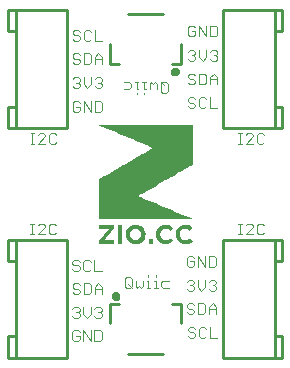
<source format=gbr>
G04 EAGLE Gerber RS-274X export*
G75*
%MOMM*%
%FSLAX34Y34*%
%LPD*%
%INSilkscreen Top*%
%IPPOS*%
%AMOC8*
5,1,8,0,0,1.08239X$1,22.5*%
G01*
%ADD10C,0.101600*%
%ADD11C,0.400000*%
%ADD12C,0.254000*%
%ADD13C,0.127000*%

G36*
X94679Y120282D02*
X94679Y120282D01*
X126531Y120282D01*
X129184Y120284D01*
X163690Y120284D01*
X166344Y120287D01*
X171651Y120287D01*
X171656Y120291D01*
X171661Y120293D01*
X171661Y120296D01*
X171663Y120298D01*
X171658Y120303D01*
X171656Y120310D01*
X169975Y121017D01*
X168295Y121724D01*
X165991Y122692D01*
X163684Y123660D01*
X161380Y124628D01*
X159073Y125593D01*
X156766Y126562D01*
X154461Y127530D01*
X152155Y128495D01*
X149848Y129463D01*
X147541Y130431D01*
X145236Y131397D01*
X142777Y132429D01*
X140318Y133461D01*
X137859Y134496D01*
X135400Y135531D01*
X132944Y136568D01*
X130491Y137606D01*
X128034Y138648D01*
X125610Y139703D01*
X127889Y141030D01*
X130188Y142369D01*
X132489Y143702D01*
X134788Y145038D01*
X139392Y147705D01*
X141693Y149042D01*
X148598Y153042D01*
X150892Y154373D01*
X153188Y155701D01*
X155484Y157032D01*
X157778Y158363D01*
X160074Y159691D01*
X162368Y161022D01*
X164664Y162353D01*
X166960Y163681D01*
X169254Y165012D01*
X171550Y166340D01*
X171553Y166347D01*
X171556Y166350D01*
X171559Y168745D01*
X171564Y171140D01*
X171567Y173532D01*
X171572Y175927D01*
X171575Y178320D01*
X171580Y180715D01*
X171583Y183107D01*
X171588Y185502D01*
X171591Y187897D01*
X171594Y190289D01*
X171599Y192684D01*
X171602Y195076D01*
X171607Y197471D01*
X171610Y199864D01*
X171599Y199875D01*
X171598Y199875D01*
X171598Y199876D01*
X150392Y199876D01*
X147741Y199873D01*
X126539Y199873D01*
X123888Y199870D01*
X100031Y199870D01*
X97380Y199868D01*
X92078Y199868D01*
X92074Y199864D01*
X92068Y199862D01*
X92069Y199859D01*
X92067Y199857D01*
X92071Y199852D01*
X92074Y199845D01*
X93253Y199343D01*
X95557Y198375D01*
X97864Y197407D01*
X100168Y196439D01*
X102475Y195471D01*
X104779Y194503D01*
X107086Y193537D01*
X109391Y192569D01*
X111698Y191604D01*
X114002Y190635D01*
X116309Y189667D01*
X118736Y188651D01*
X121165Y187630D01*
X123592Y186611D01*
X126019Y185589D01*
X128446Y184568D01*
X130873Y183544D01*
X133298Y182517D01*
X135722Y181488D01*
X138116Y180452D01*
X135835Y179119D01*
X133528Y177778D01*
X131224Y176439D01*
X128917Y175100D01*
X126613Y173764D01*
X124306Y172425D01*
X121999Y171086D01*
X119694Y169750D01*
X117388Y168414D01*
X115081Y167075D01*
X112779Y165742D01*
X110480Y164408D01*
X105877Y161741D01*
X103578Y160408D01*
X98975Y157741D01*
X96676Y156407D01*
X94374Y155074D01*
X92072Y153740D01*
X92070Y153733D01*
X92066Y153730D01*
X92064Y151343D01*
X92058Y148953D01*
X92056Y146566D01*
X92050Y144177D01*
X92048Y141790D01*
X92045Y139400D01*
X92040Y137013D01*
X92040Y137010D01*
X92037Y134623D01*
X92032Y132234D01*
X92029Y129847D01*
X92024Y127457D01*
X92021Y125068D01*
X92016Y122681D01*
X92013Y120291D01*
X92024Y120279D01*
X92024Y120280D01*
X92025Y120279D01*
X94679Y120282D01*
G37*
G36*
X123899Y99104D02*
X123899Y99104D01*
X123900Y99103D01*
X125943Y99375D01*
X125944Y99377D01*
X125946Y99376D01*
X128056Y100299D01*
X128057Y100301D01*
X128059Y100301D01*
X129819Y101778D01*
X129819Y101781D01*
X129821Y101781D01*
X131088Y103701D01*
X131088Y103703D01*
X131089Y103704D01*
X131713Y105410D01*
X131712Y105412D01*
X131714Y105414D01*
X131855Y107227D01*
X131854Y107228D01*
X131855Y107230D01*
X131591Y109424D01*
X131590Y109426D01*
X131590Y109428D01*
X130724Y111457D01*
X130721Y111458D01*
X130722Y111460D01*
X129297Y113149D01*
X129295Y113149D01*
X129295Y113151D01*
X127615Y114282D01*
X127613Y114281D01*
X127613Y114283D01*
X125735Y115048D01*
X125733Y115047D01*
X125732Y115049D01*
X123545Y115241D01*
X123543Y115240D01*
X123543Y115241D01*
X123228Y115212D01*
X121358Y115041D01*
X121357Y115039D01*
X121355Y115040D01*
X119685Y114371D01*
X119685Y114369D01*
X119684Y114370D01*
X118153Y113431D01*
X118152Y113429D01*
X118150Y113429D01*
X116494Y111535D01*
X116494Y111533D01*
X116492Y111532D01*
X115465Y109236D01*
X115466Y109234D01*
X115464Y109232D01*
X115235Y107221D01*
X115236Y107220D01*
X115235Y107219D01*
X115416Y105200D01*
X115418Y105198D01*
X115417Y105197D01*
X116289Y103063D01*
X116291Y103062D01*
X116291Y103060D01*
X117747Y101270D01*
X117749Y101270D01*
X117749Y101268D01*
X119648Y99959D01*
X119651Y99959D01*
X119651Y99957D01*
X121836Y99208D01*
X121838Y99209D01*
X121839Y99207D01*
X123228Y99138D01*
X123898Y99103D01*
X123899Y99104D01*
G37*
G36*
X105164Y99386D02*
X105164Y99386D01*
X105163Y99386D01*
X105164Y99387D01*
X105135Y100854D01*
X105105Y102321D01*
X105095Y102333D01*
X105094Y102332D01*
X105093Y102333D01*
X104862Y102336D01*
X104860Y102336D01*
X103903Y102348D01*
X103901Y102348D01*
X102952Y102359D01*
X102944Y102359D01*
X102944Y102360D01*
X102942Y102360D01*
X101986Y102371D01*
X101984Y102371D01*
X101028Y102383D01*
X101026Y102383D01*
X100810Y102386D01*
X100070Y102395D01*
X100067Y102395D01*
X99110Y102407D01*
X99108Y102407D01*
X98669Y102413D01*
X98151Y102419D01*
X98149Y102419D01*
X97192Y102431D01*
X97190Y102431D01*
X96553Y102439D01*
X97974Y104092D01*
X99408Y105761D01*
X100846Y107431D01*
X102281Y109103D01*
X103718Y110773D01*
X105156Y112442D01*
X105156Y112447D01*
X105159Y112450D01*
X105159Y114960D01*
X105148Y114972D01*
X105147Y114971D01*
X105147Y114972D01*
X92345Y114972D01*
X92333Y114961D01*
X92334Y114960D01*
X92333Y114960D01*
X92333Y111978D01*
X92344Y111966D01*
X92344Y111967D01*
X92345Y111966D01*
X94409Y111950D01*
X96471Y111937D01*
X98535Y111923D01*
X100571Y111910D01*
X97734Y108623D01*
X96307Y106969D01*
X93453Y103662D01*
X92027Y102009D01*
X92027Y102005D01*
X92024Y102003D01*
X92025Y102002D01*
X92024Y102001D01*
X92018Y100694D01*
X92013Y99387D01*
X92024Y99375D01*
X92024Y99376D01*
X92025Y99375D01*
X105152Y99375D01*
X105164Y99386D01*
G37*
G36*
X149596Y99110D02*
X149596Y99110D01*
X149597Y99109D01*
X152088Y99637D01*
X152090Y99639D01*
X152092Y99638D01*
X153457Y100393D01*
X153458Y100394D01*
X153459Y100394D01*
X154672Y101373D01*
X154673Y101374D01*
X155177Y101891D01*
X155178Y101900D01*
X155178Y101901D01*
X155178Y101907D01*
X155177Y101907D01*
X155177Y101908D01*
X154087Y102996D01*
X152993Y104081D01*
X152977Y104082D01*
X152285Y103542D01*
X150567Y102535D01*
X148598Y102304D01*
X147151Y102601D01*
X145915Y103402D01*
X144718Y105118D01*
X144308Y107175D01*
X144718Y109229D01*
X145915Y110948D01*
X147141Y111745D01*
X148574Y112043D01*
X150535Y111782D01*
X152261Y110800D01*
X152852Y110366D01*
X152856Y110366D01*
X152856Y110365D01*
X152861Y110365D01*
X152862Y110366D01*
X152868Y110367D01*
X153892Y111503D01*
X153892Y111504D01*
X153893Y111504D01*
X154882Y112666D01*
X154882Y112676D01*
X154883Y112680D01*
X154403Y113446D01*
X154400Y113447D01*
X154400Y113449D01*
X153082Y114338D01*
X153080Y114337D01*
X153080Y114339D01*
X151602Y114928D01*
X151601Y114928D01*
X151600Y114929D01*
X150283Y115195D01*
X150281Y115195D01*
X150281Y115196D01*
X150091Y115200D01*
X150090Y115200D01*
X149587Y115212D01*
X149586Y115212D01*
X149084Y115224D01*
X149083Y115224D01*
X148931Y115228D01*
X148931Y115227D01*
X148931Y115228D01*
X148665Y115224D01*
X148663Y115224D01*
X147783Y115212D01*
X147781Y115212D01*
X147552Y115209D01*
X147550Y115208D01*
X147549Y115209D01*
X146210Y114883D01*
X146209Y114882D01*
X146208Y114883D01*
X144304Y113992D01*
X144303Y113990D01*
X144301Y113990D01*
X142704Y112627D01*
X142703Y112625D01*
X142701Y112625D01*
X141557Y110862D01*
X141557Y110860D01*
X141556Y110859D01*
X140871Y109054D01*
X140871Y109052D01*
X140870Y109051D01*
X140715Y107122D01*
X140716Y107121D01*
X140715Y107121D01*
X140843Y105352D01*
X140845Y105351D01*
X140844Y105349D01*
X141407Y103674D01*
X141408Y103673D01*
X141408Y103672D01*
X142779Y101613D01*
X142781Y101612D01*
X142781Y101610D01*
X144723Y100079D01*
X144725Y100079D01*
X144726Y100077D01*
X147046Y99219D01*
X147049Y99219D01*
X147050Y99218D01*
X149594Y99108D01*
X149596Y99110D01*
G37*
G36*
X166089Y99094D02*
X166089Y99094D01*
X166090Y99093D01*
X168066Y99471D01*
X168067Y99473D01*
X168069Y99472D01*
X169896Y100304D01*
X169897Y100307D01*
X169899Y100306D01*
X171606Y101872D01*
X171607Y101888D01*
X171606Y101888D01*
X171607Y101889D01*
X170577Y103038D01*
X170577Y103039D01*
X169547Y104071D01*
X169532Y104072D01*
X169531Y104072D01*
X168844Y103544D01*
X167265Y102596D01*
X165458Y102282D01*
X163612Y102641D01*
X162102Y103756D01*
X160982Y105983D01*
X161003Y108478D01*
X162171Y110679D01*
X163785Y111793D01*
X165732Y112043D01*
X167305Y111700D01*
X168689Y110872D01*
X169393Y110365D01*
X169409Y110367D01*
X170457Y111530D01*
X171473Y112725D01*
X171473Y112737D01*
X171474Y112740D01*
X170940Y113452D01*
X170937Y113453D01*
X170937Y113455D01*
X168638Y114765D01*
X168635Y114764D01*
X168634Y114766D01*
X166034Y115262D01*
X166032Y115261D01*
X166031Y115262D01*
X163604Y115105D01*
X163602Y115103D01*
X163600Y115104D01*
X161323Y114259D01*
X161322Y114257D01*
X161320Y114257D01*
X159415Y112747D01*
X159415Y112745D01*
X159413Y112745D01*
X157986Y110665D01*
X157986Y110662D01*
X157984Y110661D01*
X157278Y108237D01*
X157279Y108235D01*
X157277Y108233D01*
X157333Y105710D01*
X157335Y105709D01*
X157334Y105707D01*
X158137Y103312D01*
X158139Y103311D01*
X158138Y103308D01*
X159643Y101284D01*
X159645Y101284D01*
X159645Y101281D01*
X161726Y99852D01*
X161728Y99852D01*
X161729Y99850D01*
X164073Y99133D01*
X164075Y99134D01*
X164076Y99132D01*
X166087Y99092D01*
X166089Y99094D01*
G37*
%LPC*%
G36*
X120192Y103730D02*
X120192Y103730D01*
X119027Y105799D01*
X118928Y108175D01*
X119892Y110349D01*
X121514Y111634D01*
X123231Y112004D01*
X123541Y112070D01*
X125557Y111604D01*
X127265Y110181D01*
X128159Y108146D01*
X128114Y105922D01*
X127137Y103921D01*
X124972Y102482D01*
X124955Y102481D01*
X124954Y102481D01*
X124583Y102469D01*
X124582Y102469D01*
X124210Y102458D01*
X123838Y102446D01*
X123837Y102446D01*
X123465Y102434D01*
X123229Y102426D01*
X123055Y102421D01*
X122677Y102409D01*
X122387Y102400D01*
X120192Y103730D01*
G37*
%LPD*%
G36*
X111983Y99386D02*
X111983Y99386D01*
X111984Y99387D01*
X111984Y114960D01*
X111973Y114972D01*
X111972Y114971D01*
X111972Y114972D01*
X108558Y114972D01*
X108546Y114961D01*
X108547Y114960D01*
X108546Y114960D01*
X108546Y99387D01*
X108556Y99375D01*
X108557Y99376D01*
X108558Y99375D01*
X111972Y99375D01*
X111983Y99386D01*
G37*
G36*
X138117Y99386D02*
X138117Y99386D01*
X138117Y99387D01*
X138117Y102908D01*
X138107Y102919D01*
X138106Y102919D01*
X138105Y102919D01*
X134478Y102919D01*
X134467Y102909D01*
X134467Y102908D01*
X134466Y102908D01*
X134466Y99387D01*
X134477Y99375D01*
X134478Y99376D01*
X134478Y99375D01*
X138105Y99375D01*
X138117Y99386D01*
G37*
D10*
X114046Y63501D02*
X114046Y69603D01*
X115571Y71128D01*
X118622Y71128D01*
X120147Y69603D01*
X120147Y63501D01*
X118622Y61976D01*
X115571Y61976D01*
X114046Y63501D01*
X117097Y65027D02*
X120147Y61976D01*
X123401Y63501D02*
X123401Y68077D01*
X123401Y63501D02*
X124926Y61976D01*
X126452Y63501D01*
X127977Y61976D01*
X129502Y63501D01*
X129502Y68077D01*
X132756Y68077D02*
X134282Y68077D01*
X134282Y61976D01*
X135807Y61976D02*
X132756Y61976D01*
X134282Y71128D02*
X134282Y72653D01*
X138993Y68077D02*
X140518Y68077D01*
X140518Y61976D01*
X138993Y61976D02*
X142044Y61976D01*
X140518Y71128D02*
X140518Y72653D01*
X146755Y68077D02*
X151331Y68077D01*
X146755Y68077D02*
X145230Y66552D01*
X145230Y63501D01*
X146755Y61976D01*
X151331Y61976D01*
X150622Y228848D02*
X150622Y234949D01*
X150622Y228848D02*
X149097Y227322D01*
X146046Y227322D01*
X144521Y228848D01*
X144521Y234949D01*
X146046Y236474D01*
X149097Y236474D01*
X150622Y234949D01*
X147571Y233423D02*
X144521Y236474D01*
X141267Y234949D02*
X141267Y230373D01*
X141267Y234949D02*
X139742Y236474D01*
X138216Y234949D01*
X136691Y236474D01*
X135166Y234949D01*
X135166Y230373D01*
X131912Y230373D02*
X130386Y230373D01*
X130386Y236474D01*
X128861Y236474D02*
X131912Y236474D01*
X130386Y227322D02*
X130386Y225797D01*
X125675Y230373D02*
X124150Y230373D01*
X124150Y236474D01*
X125675Y236474D02*
X122624Y236474D01*
X124150Y227322D02*
X124150Y225797D01*
X117913Y230373D02*
X113337Y230373D01*
X117913Y230373D02*
X119438Y231898D01*
X119438Y234949D01*
X117913Y236474D01*
X113337Y236474D01*
X76205Y278899D02*
X74680Y280424D01*
X71629Y280424D01*
X70104Y278899D01*
X70104Y277373D01*
X71629Y275848D01*
X74680Y275848D01*
X76205Y274323D01*
X76205Y272797D01*
X74680Y271272D01*
X71629Y271272D01*
X70104Y272797D01*
X84035Y280424D02*
X85560Y278899D01*
X84035Y280424D02*
X80984Y280424D01*
X79459Y278899D01*
X79459Y272797D01*
X80984Y271272D01*
X84035Y271272D01*
X85560Y272797D01*
X88814Y271272D02*
X88814Y280424D01*
X88814Y271272D02*
X94916Y271272D01*
X76205Y259087D02*
X74680Y260612D01*
X71629Y260612D01*
X70104Y259087D01*
X70104Y257561D01*
X71629Y256036D01*
X74680Y256036D01*
X76205Y254511D01*
X76205Y252985D01*
X74680Y251460D01*
X71629Y251460D01*
X70104Y252985D01*
X79459Y251460D02*
X79459Y260612D01*
X79459Y251460D02*
X84035Y251460D01*
X85560Y252985D01*
X85560Y259087D01*
X84035Y260612D01*
X79459Y260612D01*
X88814Y257561D02*
X88814Y251460D01*
X88814Y257561D02*
X91865Y260612D01*
X94916Y257561D01*
X94916Y251460D01*
X94916Y256036D02*
X88814Y256036D01*
X71629Y240292D02*
X70104Y238767D01*
X71629Y240292D02*
X74680Y240292D01*
X76205Y238767D01*
X76205Y237241D01*
X74680Y235716D01*
X73155Y235716D01*
X74680Y235716D02*
X76205Y234191D01*
X76205Y232665D01*
X74680Y231140D01*
X71629Y231140D01*
X70104Y232665D01*
X79459Y234191D02*
X79459Y240292D01*
X79459Y234191D02*
X82510Y231140D01*
X85560Y234191D01*
X85560Y240292D01*
X88814Y238767D02*
X90340Y240292D01*
X93390Y240292D01*
X94916Y238767D01*
X94916Y237241D01*
X93390Y235716D01*
X91865Y235716D01*
X93390Y235716D02*
X94916Y234191D01*
X94916Y232665D01*
X93390Y231140D01*
X90340Y231140D01*
X88814Y232665D01*
X74680Y219972D02*
X76205Y218447D01*
X74680Y219972D02*
X71629Y219972D01*
X70104Y218447D01*
X70104Y212345D01*
X71629Y210820D01*
X74680Y210820D01*
X76205Y212345D01*
X76205Y215396D01*
X73155Y215396D01*
X79459Y210820D02*
X79459Y219972D01*
X85560Y210820D01*
X85560Y219972D01*
X88814Y219972D02*
X88814Y210820D01*
X93390Y210820D01*
X94916Y212345D01*
X94916Y218447D01*
X93390Y219972D01*
X88814Y219972D01*
X74426Y25916D02*
X75951Y24391D01*
X74426Y25916D02*
X71375Y25916D01*
X69850Y24391D01*
X69850Y18289D01*
X71375Y16764D01*
X74426Y16764D01*
X75951Y18289D01*
X75951Y21340D01*
X72901Y21340D01*
X79205Y16764D02*
X79205Y25916D01*
X85306Y16764D01*
X85306Y25916D01*
X88560Y25916D02*
X88560Y16764D01*
X93136Y16764D01*
X94662Y18289D01*
X94662Y24391D01*
X93136Y25916D01*
X88560Y25916D01*
X69850Y44203D02*
X71375Y45728D01*
X74426Y45728D01*
X75951Y44203D01*
X75951Y42677D01*
X74426Y41152D01*
X72901Y41152D01*
X74426Y41152D02*
X75951Y39627D01*
X75951Y38101D01*
X74426Y36576D01*
X71375Y36576D01*
X69850Y38101D01*
X79205Y39627D02*
X79205Y45728D01*
X79205Y39627D02*
X82256Y36576D01*
X85306Y39627D01*
X85306Y45728D01*
X88560Y44203D02*
X90086Y45728D01*
X93136Y45728D01*
X94662Y44203D01*
X94662Y42677D01*
X93136Y41152D01*
X91611Y41152D01*
X93136Y41152D02*
X94662Y39627D01*
X94662Y38101D01*
X93136Y36576D01*
X90086Y36576D01*
X88560Y38101D01*
X76205Y64269D02*
X74680Y65794D01*
X71629Y65794D01*
X70104Y64269D01*
X70104Y62743D01*
X71629Y61218D01*
X74680Y61218D01*
X76205Y59693D01*
X76205Y58167D01*
X74680Y56642D01*
X71629Y56642D01*
X70104Y58167D01*
X79459Y56642D02*
X79459Y65794D01*
X79459Y56642D02*
X84035Y56642D01*
X85560Y58167D01*
X85560Y64269D01*
X84035Y65794D01*
X79459Y65794D01*
X88814Y62743D02*
X88814Y56642D01*
X88814Y62743D02*
X91865Y65794D01*
X94916Y62743D01*
X94916Y56642D01*
X94916Y61218D02*
X88814Y61218D01*
X75951Y84081D02*
X74426Y85606D01*
X71375Y85606D01*
X69850Y84081D01*
X69850Y82555D01*
X71375Y81030D01*
X74426Y81030D01*
X75951Y79505D01*
X75951Y77979D01*
X74426Y76454D01*
X71375Y76454D01*
X69850Y77979D01*
X83781Y85606D02*
X85306Y84081D01*
X83781Y85606D02*
X80730Y85606D01*
X79205Y84081D01*
X79205Y77979D01*
X80730Y76454D01*
X83781Y76454D01*
X85306Y77979D01*
X88560Y76454D02*
X88560Y85606D01*
X88560Y76454D02*
X94662Y76454D01*
X172090Y28964D02*
X173616Y27439D01*
X172090Y28964D02*
X169040Y28964D01*
X167514Y27439D01*
X167514Y25913D01*
X169040Y24388D01*
X172090Y24388D01*
X173616Y22863D01*
X173616Y21337D01*
X172090Y19812D01*
X169040Y19812D01*
X167514Y21337D01*
X181446Y28964D02*
X182971Y27439D01*
X181446Y28964D02*
X178395Y28964D01*
X176870Y27439D01*
X176870Y21337D01*
X178395Y19812D01*
X181446Y19812D01*
X182971Y21337D01*
X186225Y19812D02*
X186225Y28964D01*
X186225Y19812D02*
X192326Y19812D01*
X172854Y47251D02*
X171328Y48776D01*
X168278Y48776D01*
X166752Y47251D01*
X166752Y45725D01*
X168278Y44200D01*
X171328Y44200D01*
X172854Y42675D01*
X172854Y41149D01*
X171328Y39624D01*
X168278Y39624D01*
X166752Y41149D01*
X176108Y39624D02*
X176108Y48776D01*
X176108Y39624D02*
X180684Y39624D01*
X182209Y41149D01*
X182209Y47251D01*
X180684Y48776D01*
X176108Y48776D01*
X185463Y45725D02*
X185463Y39624D01*
X185463Y45725D02*
X188513Y48776D01*
X191564Y45725D01*
X191564Y39624D01*
X191564Y44200D02*
X185463Y44200D01*
X166752Y67317D02*
X168278Y68842D01*
X171328Y68842D01*
X172854Y67317D01*
X172854Y65791D01*
X171328Y64266D01*
X169803Y64266D01*
X171328Y64266D02*
X172854Y62741D01*
X172854Y61215D01*
X171328Y59690D01*
X168278Y59690D01*
X166752Y61215D01*
X176108Y62741D02*
X176108Y68842D01*
X176108Y62741D02*
X179158Y59690D01*
X182209Y62741D01*
X182209Y68842D01*
X185463Y67317D02*
X186988Y68842D01*
X190039Y68842D01*
X191564Y67317D01*
X191564Y65791D01*
X190039Y64266D01*
X188513Y64266D01*
X190039Y64266D02*
X191564Y62741D01*
X191564Y61215D01*
X190039Y59690D01*
X186988Y59690D01*
X185463Y61215D01*
X172854Y87383D02*
X171328Y88908D01*
X168278Y88908D01*
X166752Y87383D01*
X166752Y81281D01*
X168278Y79756D01*
X171328Y79756D01*
X172854Y81281D01*
X172854Y84332D01*
X169803Y84332D01*
X176108Y79756D02*
X176108Y88908D01*
X182209Y79756D01*
X182209Y88908D01*
X185463Y88908D02*
X185463Y79756D01*
X190039Y79756D01*
X191564Y81281D01*
X191564Y87383D01*
X190039Y88908D01*
X185463Y88908D01*
X173870Y282455D02*
X172344Y283980D01*
X169294Y283980D01*
X167768Y282455D01*
X167768Y276353D01*
X169294Y274828D01*
X172344Y274828D01*
X173870Y276353D01*
X173870Y279404D01*
X170819Y279404D01*
X177124Y274828D02*
X177124Y283980D01*
X183225Y274828D01*
X183225Y283980D01*
X186479Y283980D02*
X186479Y274828D01*
X191055Y274828D01*
X192580Y276353D01*
X192580Y282455D01*
X191055Y283980D01*
X186479Y283980D01*
X169294Y263406D02*
X167768Y261881D01*
X169294Y263406D02*
X172344Y263406D01*
X173870Y261881D01*
X173870Y260355D01*
X172344Y258830D01*
X170819Y258830D01*
X172344Y258830D02*
X173870Y257305D01*
X173870Y255779D01*
X172344Y254254D01*
X169294Y254254D01*
X167768Y255779D01*
X177124Y257305D02*
X177124Y263406D01*
X177124Y257305D02*
X180174Y254254D01*
X183225Y257305D01*
X183225Y263406D01*
X186479Y261881D02*
X188004Y263406D01*
X191055Y263406D01*
X192580Y261881D01*
X192580Y260355D01*
X191055Y258830D01*
X189529Y258830D01*
X191055Y258830D02*
X192580Y257305D01*
X192580Y255779D01*
X191055Y254254D01*
X188004Y254254D01*
X186479Y255779D01*
X173870Y241815D02*
X172344Y243340D01*
X169294Y243340D01*
X167768Y241815D01*
X167768Y240289D01*
X169294Y238764D01*
X172344Y238764D01*
X173870Y237239D01*
X173870Y235713D01*
X172344Y234188D01*
X169294Y234188D01*
X167768Y235713D01*
X177124Y234188D02*
X177124Y243340D01*
X177124Y234188D02*
X181700Y234188D01*
X183225Y235713D01*
X183225Y241815D01*
X181700Y243340D01*
X177124Y243340D01*
X186479Y240289D02*
X186479Y234188D01*
X186479Y240289D02*
X189529Y243340D01*
X192580Y240289D01*
X192580Y234188D01*
X192580Y238764D02*
X186479Y238764D01*
X172344Y223274D02*
X173870Y221749D01*
X172344Y223274D02*
X169294Y223274D01*
X167768Y221749D01*
X167768Y220223D01*
X169294Y218698D01*
X172344Y218698D01*
X173870Y217173D01*
X173870Y215647D01*
X172344Y214122D01*
X169294Y214122D01*
X167768Y215647D01*
X181700Y223274D02*
X183225Y221749D01*
X181700Y223274D02*
X178649Y223274D01*
X177124Y221749D01*
X177124Y215647D01*
X178649Y214122D01*
X181700Y214122D01*
X183225Y215647D01*
X186479Y214122D02*
X186479Y223274D01*
X186479Y214122D02*
X192580Y214122D01*
X37595Y184150D02*
X34544Y184150D01*
X36069Y184150D02*
X36069Y193302D01*
X34544Y193302D02*
X37595Y193302D01*
X40781Y184150D02*
X46882Y184150D01*
X40781Y184150D02*
X46882Y190251D01*
X46882Y191777D01*
X45357Y193302D01*
X42306Y193302D01*
X40781Y191777D01*
X54712Y193302D02*
X56237Y191777D01*
X54712Y193302D02*
X51661Y193302D01*
X50136Y191777D01*
X50136Y185675D01*
X51661Y184150D01*
X54712Y184150D01*
X56237Y185675D01*
X37341Y107188D02*
X34290Y107188D01*
X35815Y107188D02*
X35815Y116340D01*
X34290Y116340D02*
X37341Y116340D01*
X40527Y107188D02*
X46628Y107188D01*
X40527Y107188D02*
X46628Y113289D01*
X46628Y114815D01*
X45103Y116340D01*
X42052Y116340D01*
X40527Y114815D01*
X54458Y116340D02*
X55983Y114815D01*
X54458Y116340D02*
X51407Y116340D01*
X49882Y114815D01*
X49882Y108713D01*
X51407Y107188D01*
X54458Y107188D01*
X55983Y108713D01*
X210312Y107188D02*
X213363Y107188D01*
X211837Y107188D02*
X211837Y116340D01*
X210312Y116340D02*
X213363Y116340D01*
X216549Y107188D02*
X222650Y107188D01*
X216549Y107188D02*
X222650Y113289D01*
X222650Y114815D01*
X221125Y116340D01*
X218074Y116340D01*
X216549Y114815D01*
X230480Y116340D02*
X232005Y114815D01*
X230480Y116340D02*
X227429Y116340D01*
X225904Y114815D01*
X225904Y108713D01*
X227429Y107188D01*
X230480Y107188D01*
X232005Y108713D01*
X213363Y184150D02*
X210312Y184150D01*
X211837Y184150D02*
X211837Y193302D01*
X210312Y193302D02*
X213363Y193302D01*
X216549Y184150D02*
X222650Y184150D01*
X216549Y184150D02*
X222650Y190251D01*
X222650Y191777D01*
X221125Y193302D01*
X218074Y193302D01*
X216549Y191777D01*
X230480Y193302D02*
X232005Y191777D01*
X230480Y193302D02*
X227429Y193302D01*
X225904Y191777D01*
X225904Y185675D01*
X227429Y184150D01*
X230480Y184150D01*
X232005Y185675D01*
D11*
X155186Y245000D02*
X155188Y245075D01*
X155194Y245149D01*
X155204Y245223D01*
X155217Y245296D01*
X155235Y245369D01*
X155256Y245440D01*
X155281Y245511D01*
X155310Y245580D01*
X155343Y245647D01*
X155379Y245712D01*
X155418Y245776D01*
X155460Y245837D01*
X155506Y245896D01*
X155555Y245953D01*
X155607Y246006D01*
X155661Y246057D01*
X155718Y246106D01*
X155778Y246150D01*
X155840Y246192D01*
X155904Y246231D01*
X155970Y246266D01*
X156037Y246297D01*
X156107Y246325D01*
X156177Y246349D01*
X156249Y246370D01*
X156322Y246386D01*
X156395Y246399D01*
X156470Y246408D01*
X156544Y246413D01*
X156619Y246414D01*
X156693Y246411D01*
X156768Y246404D01*
X156841Y246393D01*
X156915Y246379D01*
X156987Y246360D01*
X157058Y246338D01*
X157128Y246312D01*
X157197Y246282D01*
X157263Y246249D01*
X157328Y246212D01*
X157391Y246172D01*
X157452Y246128D01*
X157510Y246082D01*
X157566Y246032D01*
X157619Y245980D01*
X157670Y245925D01*
X157717Y245867D01*
X157761Y245807D01*
X157802Y245744D01*
X157840Y245680D01*
X157874Y245614D01*
X157905Y245545D01*
X157932Y245476D01*
X157955Y245405D01*
X157974Y245333D01*
X157990Y245260D01*
X158002Y245186D01*
X158010Y245112D01*
X158014Y245037D01*
X158014Y244963D01*
X158010Y244888D01*
X158002Y244814D01*
X157990Y244740D01*
X157974Y244667D01*
X157955Y244595D01*
X157932Y244524D01*
X157905Y244455D01*
X157874Y244386D01*
X157840Y244320D01*
X157802Y244256D01*
X157761Y244193D01*
X157717Y244133D01*
X157670Y244075D01*
X157619Y244020D01*
X157566Y243968D01*
X157510Y243918D01*
X157452Y243872D01*
X157391Y243828D01*
X157328Y243788D01*
X157263Y243751D01*
X157197Y243718D01*
X157128Y243688D01*
X157058Y243662D01*
X156987Y243640D01*
X156915Y243621D01*
X156841Y243607D01*
X156768Y243596D01*
X156693Y243589D01*
X156619Y243586D01*
X156544Y243587D01*
X156470Y243592D01*
X156395Y243601D01*
X156322Y243614D01*
X156249Y243630D01*
X156177Y243651D01*
X156107Y243675D01*
X156037Y243703D01*
X155970Y243734D01*
X155904Y243769D01*
X155840Y243808D01*
X155778Y243850D01*
X155718Y243894D01*
X155661Y243943D01*
X155607Y243994D01*
X155555Y244047D01*
X155506Y244104D01*
X155460Y244163D01*
X155418Y244224D01*
X155379Y244288D01*
X155343Y244353D01*
X155310Y244420D01*
X155281Y244489D01*
X155256Y244560D01*
X155235Y244631D01*
X155217Y244704D01*
X155204Y244777D01*
X155194Y244851D01*
X155188Y244925D01*
X155186Y245000D01*
D12*
X146600Y294000D02*
X116600Y294000D01*
X161600Y268000D02*
X161600Y251500D01*
X109100Y251500D02*
X101600Y251500D01*
X101600Y268000D01*
X154100Y251500D02*
X161600Y251500D01*
D11*
X105186Y55000D02*
X105188Y55075D01*
X105194Y55149D01*
X105204Y55223D01*
X105217Y55296D01*
X105235Y55369D01*
X105256Y55440D01*
X105281Y55511D01*
X105310Y55580D01*
X105343Y55647D01*
X105379Y55712D01*
X105418Y55776D01*
X105460Y55837D01*
X105506Y55896D01*
X105555Y55953D01*
X105607Y56006D01*
X105661Y56057D01*
X105718Y56106D01*
X105778Y56150D01*
X105840Y56192D01*
X105904Y56231D01*
X105970Y56266D01*
X106037Y56297D01*
X106107Y56325D01*
X106177Y56349D01*
X106249Y56370D01*
X106322Y56386D01*
X106395Y56399D01*
X106470Y56408D01*
X106544Y56413D01*
X106619Y56414D01*
X106693Y56411D01*
X106768Y56404D01*
X106841Y56393D01*
X106915Y56379D01*
X106987Y56360D01*
X107058Y56338D01*
X107128Y56312D01*
X107197Y56282D01*
X107263Y56249D01*
X107328Y56212D01*
X107391Y56172D01*
X107452Y56128D01*
X107510Y56082D01*
X107566Y56032D01*
X107619Y55980D01*
X107670Y55925D01*
X107717Y55867D01*
X107761Y55807D01*
X107802Y55744D01*
X107840Y55680D01*
X107874Y55614D01*
X107905Y55545D01*
X107932Y55476D01*
X107955Y55405D01*
X107974Y55333D01*
X107990Y55260D01*
X108002Y55186D01*
X108010Y55112D01*
X108014Y55037D01*
X108014Y54963D01*
X108010Y54888D01*
X108002Y54814D01*
X107990Y54740D01*
X107974Y54667D01*
X107955Y54595D01*
X107932Y54524D01*
X107905Y54455D01*
X107874Y54386D01*
X107840Y54320D01*
X107802Y54256D01*
X107761Y54193D01*
X107717Y54133D01*
X107670Y54075D01*
X107619Y54020D01*
X107566Y53968D01*
X107510Y53918D01*
X107452Y53872D01*
X107391Y53828D01*
X107328Y53788D01*
X107263Y53751D01*
X107197Y53718D01*
X107128Y53688D01*
X107058Y53662D01*
X106987Y53640D01*
X106915Y53621D01*
X106841Y53607D01*
X106768Y53596D01*
X106693Y53589D01*
X106619Y53586D01*
X106544Y53587D01*
X106470Y53592D01*
X106395Y53601D01*
X106322Y53614D01*
X106249Y53630D01*
X106177Y53651D01*
X106107Y53675D01*
X106037Y53703D01*
X105970Y53734D01*
X105904Y53769D01*
X105840Y53808D01*
X105778Y53850D01*
X105718Y53894D01*
X105661Y53943D01*
X105607Y53994D01*
X105555Y54047D01*
X105506Y54104D01*
X105460Y54163D01*
X105418Y54224D01*
X105379Y54288D01*
X105343Y54353D01*
X105310Y54420D01*
X105281Y54489D01*
X105256Y54560D01*
X105235Y54631D01*
X105217Y54704D01*
X105204Y54777D01*
X105194Y54851D01*
X105188Y54925D01*
X105186Y55000D01*
D12*
X116600Y6000D02*
X146600Y6000D01*
X101600Y32000D02*
X101600Y48500D01*
X154100Y48500D02*
X161600Y48500D01*
X161600Y32000D01*
X109100Y48500D02*
X101600Y48500D01*
D13*
X53700Y297200D02*
X33700Y297200D01*
D12*
X28700Y197200D02*
X58700Y197200D01*
X65700Y297200D02*
X21700Y297200D01*
X21700Y279200D01*
X21700Y215200D02*
X21700Y197200D01*
X65700Y197200D01*
X65700Y297200D01*
X21700Y297200D02*
X15700Y297200D01*
X15700Y279200D01*
X21700Y279200D01*
X21700Y215200D01*
X15700Y215200D01*
X15700Y197200D01*
X21700Y197200D01*
D13*
X33700Y102800D02*
X53700Y102800D01*
D12*
X58700Y2800D02*
X28700Y2800D01*
X21700Y102800D02*
X65700Y102800D01*
X21700Y102800D02*
X21700Y84800D01*
X21700Y20800D02*
X21700Y2800D01*
X65700Y2800D01*
X65700Y102800D01*
X21700Y102800D02*
X15700Y102800D01*
X15700Y84800D01*
X21700Y84800D01*
X21700Y20800D01*
X15700Y20800D01*
X15700Y2800D01*
X21700Y2800D01*
D13*
X209500Y2800D02*
X229500Y2800D01*
D12*
X234500Y102800D02*
X204500Y102800D01*
X197500Y2800D02*
X241500Y2800D01*
X241500Y20800D01*
X241500Y84800D02*
X241500Y102800D01*
X197500Y102800D01*
X197500Y2800D01*
X241500Y2800D02*
X247500Y2800D01*
X247500Y20800D01*
X241500Y20800D01*
X241500Y84800D01*
X247500Y84800D01*
X247500Y102800D01*
X241500Y102800D01*
D13*
X229500Y197200D02*
X209500Y197200D01*
D12*
X204500Y297200D02*
X234500Y297200D01*
X241500Y197200D02*
X197500Y197200D01*
X241500Y197200D02*
X241500Y215200D01*
X241500Y279200D02*
X241500Y297200D01*
X197500Y297200D01*
X197500Y197200D01*
X241500Y197200D02*
X247500Y197200D01*
X247500Y215200D01*
X241500Y215200D01*
X241500Y279200D01*
X247500Y279200D01*
X247500Y297200D01*
X241500Y297200D01*
M02*

</source>
